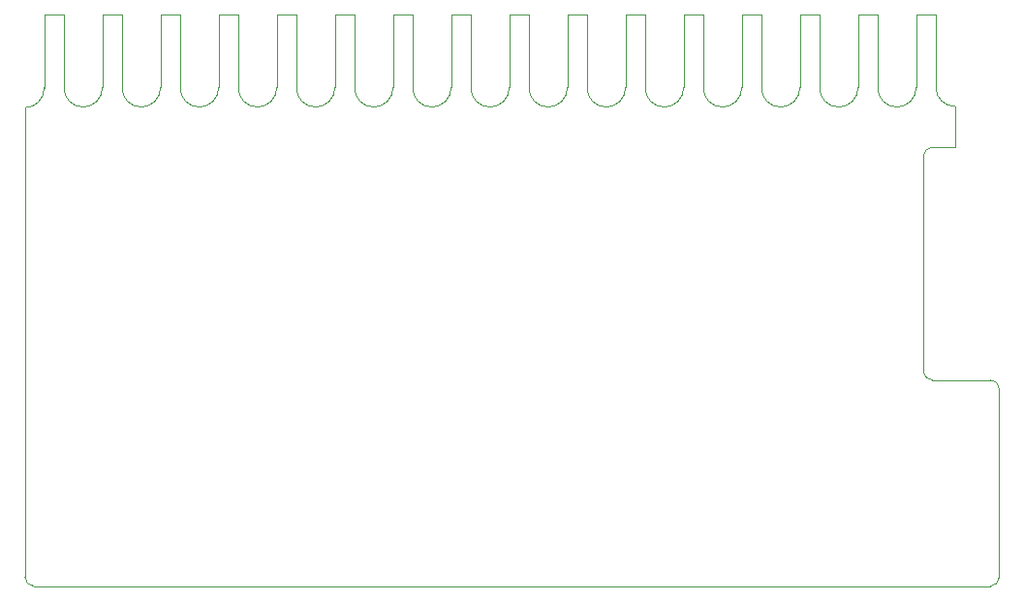
<source format=gbr>
%TF.GenerationSoftware,KiCad,Pcbnew,(6.0.10)*%
%TF.CreationDate,2023-01-13T11:07:09+01:00*%
%TF.ProjectId,SiemensSimaticS7ExpansionBoard,5369656d-656e-4735-9369-6d6174696353,rev?*%
%TF.SameCoordinates,Original*%
%TF.FileFunction,Profile,NP*%
%FSLAX46Y46*%
G04 Gerber Fmt 4.6, Leading zero omitted, Abs format (unit mm)*
G04 Created by KiCad (PCBNEW (6.0.10)) date 2023-01-13 11:07:09*
%MOMM*%
%LPD*%
G01*
G04 APERTURE LIST*
%TA.AperFunction,Profile*%
%ADD10C,0.100000*%
%TD*%
G04 APERTURE END LIST*
D10*
X120858625Y-138576986D02*
G75*
G03*
X121620610Y-139338986I761985J-15D01*
G01*
X205232000Y-139344385D02*
G75*
G03*
X205994000Y-138582400I15J761985D01*
G01*
X180136800Y-95758000D02*
X180136800Y-89357200D01*
X178409600Y-89357200D02*
X180136800Y-89357200D01*
X190296800Y-95758000D02*
X190296800Y-89357200D01*
X129336800Y-95758000D02*
X129336800Y-89357200D01*
X169976862Y-95758000D02*
G75*
G03*
X173330368Y-95707200I1677138J0D01*
G01*
X153009600Y-89357200D02*
X154736800Y-89357200D01*
X163169600Y-89357200D02*
X164896800Y-89357200D01*
X198730368Y-95707200D02*
X198729600Y-89357200D01*
X132690368Y-95707200D02*
X132689600Y-89357200D01*
X154736800Y-95758000D02*
X154736800Y-89357200D01*
X163170368Y-95707200D02*
X163169600Y-89357200D01*
X159816800Y-95758000D02*
X159816800Y-89357200D01*
X205232000Y-121315815D02*
X200152000Y-121315815D01*
X149656800Y-95758000D02*
X149656800Y-89357200D01*
X193650368Y-95707200D02*
X193649600Y-89357200D01*
X122529600Y-95758000D02*
X122529600Y-89357200D01*
X149656862Y-95758000D02*
G75*
G03*
X153010368Y-95707200I1677138J0D01*
G01*
X124256862Y-95758000D02*
G75*
G03*
X127610368Y-95707200I1677138J0D01*
G01*
X188569600Y-89357200D02*
X190296800Y-89357200D01*
X127609600Y-89357200D02*
X129336800Y-89357200D01*
X134416862Y-95758000D02*
G75*
G03*
X137770368Y-95707200I1677138J0D01*
G01*
X164896862Y-95758000D02*
G75*
G03*
X168250368Y-95707200I1677138J0D01*
G01*
X183489600Y-89357200D02*
X185216800Y-89357200D01*
X200456832Y-95707200D02*
G75*
G03*
X202184768Y-97383599I1677168J0D01*
G01*
X129336862Y-95758000D02*
G75*
G03*
X132690368Y-95707200I1677138J0D01*
G01*
X127610368Y-95707200D02*
X127609600Y-89357200D01*
X122529600Y-89357200D02*
X124256800Y-89357200D01*
X142849600Y-89357200D02*
X144576800Y-89357200D01*
X168249600Y-89357200D02*
X169976800Y-89357200D01*
X144576862Y-95758000D02*
G75*
G03*
X147930368Y-95707200I1677138J0D01*
G01*
X124256800Y-95758000D02*
X124256800Y-89357200D01*
X144576800Y-95758000D02*
X144576800Y-89357200D01*
X168250368Y-95707200D02*
X168249600Y-89357200D01*
X159816862Y-95758000D02*
G75*
G03*
X163170368Y-95707200I1677138J0D01*
G01*
X202184384Y-100939600D02*
X200152000Y-100939600D01*
X202184768Y-97383599D02*
X202184384Y-100939600D01*
X200456800Y-95707200D02*
X200456800Y-89357200D01*
X142850368Y-95707200D02*
X142849600Y-89357200D01*
X190296862Y-95758000D02*
G75*
G03*
X193650368Y-95707200I1677138J0D01*
G01*
X175056862Y-95758000D02*
G75*
G03*
X178410368Y-95707200I1677138J0D01*
G01*
X153010368Y-95707200D02*
X153009600Y-89357200D01*
X164896800Y-95758000D02*
X164896800Y-89357200D01*
X173329600Y-89357200D02*
X175056800Y-89357200D01*
X137770368Y-95707200D02*
X137769600Y-89357200D01*
X183490368Y-95707200D02*
X183489600Y-89357200D01*
X132689600Y-89357200D02*
X134416800Y-89357200D01*
X200152000Y-100939600D02*
G75*
G03*
X199390000Y-101701600I0J-762000D01*
G01*
X147929600Y-89357200D02*
X149656800Y-89357200D01*
X173330368Y-95707200D02*
X173329600Y-89357200D01*
X195376862Y-95758000D02*
G75*
G03*
X198730368Y-95707200I1677138J0D01*
G01*
X205994000Y-122077815D02*
X205994000Y-138582400D01*
X198729600Y-89357200D02*
X200456800Y-89357200D01*
X120853201Y-97485968D02*
X120858610Y-138576986D01*
X188570368Y-95707200D02*
X188569600Y-89357200D01*
X147930368Y-95707200D02*
X147929600Y-89357200D01*
X199389952Y-120650008D02*
G75*
G03*
X200152000Y-121315815I793948J139708D01*
G01*
X139496800Y-95758000D02*
X139496800Y-89357200D01*
X205993985Y-122077815D02*
G75*
G03*
X205232000Y-121315815I-761985J15D01*
G01*
X120853201Y-97485970D02*
G75*
G03*
X122529600Y-95758000I-1J1677170D01*
G01*
X180136862Y-95758000D02*
G75*
G03*
X183490368Y-95707200I1677138J0D01*
G01*
X195376800Y-95758000D02*
X195376800Y-89357200D01*
X185216800Y-95758000D02*
X185216800Y-89357200D01*
X134416800Y-95758000D02*
X134416800Y-89357200D01*
X137769600Y-89357200D02*
X139496800Y-89357200D01*
X175056800Y-95758000D02*
X175056800Y-89357200D01*
X205232000Y-139344400D02*
X121620610Y-139338986D01*
X193649600Y-89357200D02*
X195376800Y-89357200D01*
X154736862Y-95758000D02*
G75*
G03*
X158090368Y-95707200I1677138J0D01*
G01*
X158089600Y-89357200D02*
X159816800Y-89357200D01*
X139496862Y-95758000D02*
G75*
G03*
X142850368Y-95707200I1677138J0D01*
G01*
X185216862Y-95758000D02*
G75*
G03*
X188570368Y-95707200I1677138J0D01*
G01*
X158090368Y-95707200D02*
X158089600Y-89357200D01*
X169976800Y-95758000D02*
X169976800Y-89357200D01*
X178410368Y-95707200D02*
X178409600Y-89357200D01*
X199390000Y-101701600D02*
X199390000Y-120650000D01*
M02*

</source>
